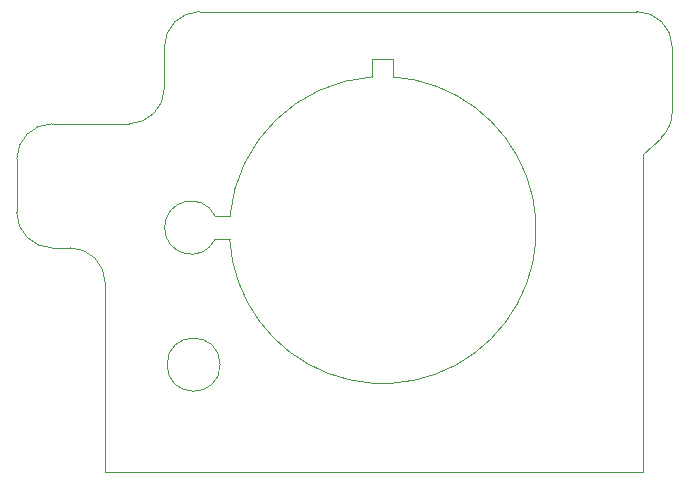
<source format=gbr>
G04 #@! TF.GenerationSoftware,KiCad,Pcbnew,5.1.6+dfsg1-1~bpo10+1*
G04 #@! TF.CreationDate,2021-04-20T21:14:46-04:00*
G04 #@! TF.ProjectId,RUSP_Faceplate,52555350-5f46-4616-9365-706c6174652e,rev?*
G04 #@! TF.SameCoordinates,Original*
G04 #@! TF.FileFunction,Profile,NP*
%FSLAX46Y46*%
G04 Gerber Fmt 4.6, Leading zero omitted, Abs format (unit mm)*
G04 Created by KiCad (PCBNEW 5.1.6+dfsg1-1~bpo10+1) date 2021-04-20 21:14:46*
%MOMM*%
%LPD*%
G01*
G04 APERTURE LIST*
G04 #@! TA.AperFunction,Profile*
%ADD10C,0.050000*%
G04 #@! TD*
G04 APERTURE END LIST*
D10*
X168322000Y-77890000D02*
X166792000Y-79280000D01*
X169292833Y-75680000D02*
G75*
G02*
X168322000Y-77890000I-3000833J0D01*
G01*
X166292000Y-67180000D02*
G75*
G02*
X169292000Y-70180000I0J-3000000D01*
G01*
X118292000Y-87180000D02*
G75*
G02*
X121292000Y-90180000I0J-3000000D01*
G01*
X116792000Y-87180000D02*
G75*
G02*
X113792000Y-84180000I0J3000000D01*
G01*
X126292000Y-70180000D02*
G75*
G02*
X129292000Y-67180000I3000000J0D01*
G01*
X126292000Y-73680000D02*
G75*
G02*
X123292000Y-76680000I-3000000J0D01*
G01*
X113792000Y-79680000D02*
G75*
G02*
X116792000Y-76680000I3000000J0D01*
G01*
X121292000Y-90180000D02*
X121292000Y-106180000D01*
X116792000Y-87180000D02*
X118292000Y-87180000D01*
X113792000Y-79680000D02*
X113792000Y-84180000D01*
X166792000Y-106180000D02*
X121292000Y-106180000D01*
X166792000Y-79280000D02*
X166792000Y-106180000D01*
X169292000Y-70180000D02*
X169292833Y-75680000D01*
X129292000Y-67180000D02*
X166292000Y-67180000D01*
X126292000Y-73680000D02*
X126292000Y-70180000D01*
X116792000Y-76680000D02*
X123292000Y-76680000D01*
X131824821Y-86469828D02*
X130586094Y-86469688D01*
X131824821Y-86469828D02*
G75*
G03*
X145691999Y-72720001I12967179J789828D01*
G01*
X131848275Y-84469652D02*
X130580000Y-84470000D01*
X130586094Y-86469689D02*
G75*
G02*
X130580000Y-84470000I-2023094J993689D01*
G01*
X131018000Y-97074000D02*
G75*
G03*
X131018000Y-97074000I-2250000J0D01*
G01*
X145692000Y-71180000D02*
X145691999Y-72720001D01*
X143892000Y-71180000D02*
X145692000Y-71180000D01*
X143892000Y-72711000D02*
X143892000Y-71180000D01*
X131848275Y-84469652D02*
G75*
G02*
X143892000Y-72711000I12943725J-1210348D01*
G01*
M02*

</source>
